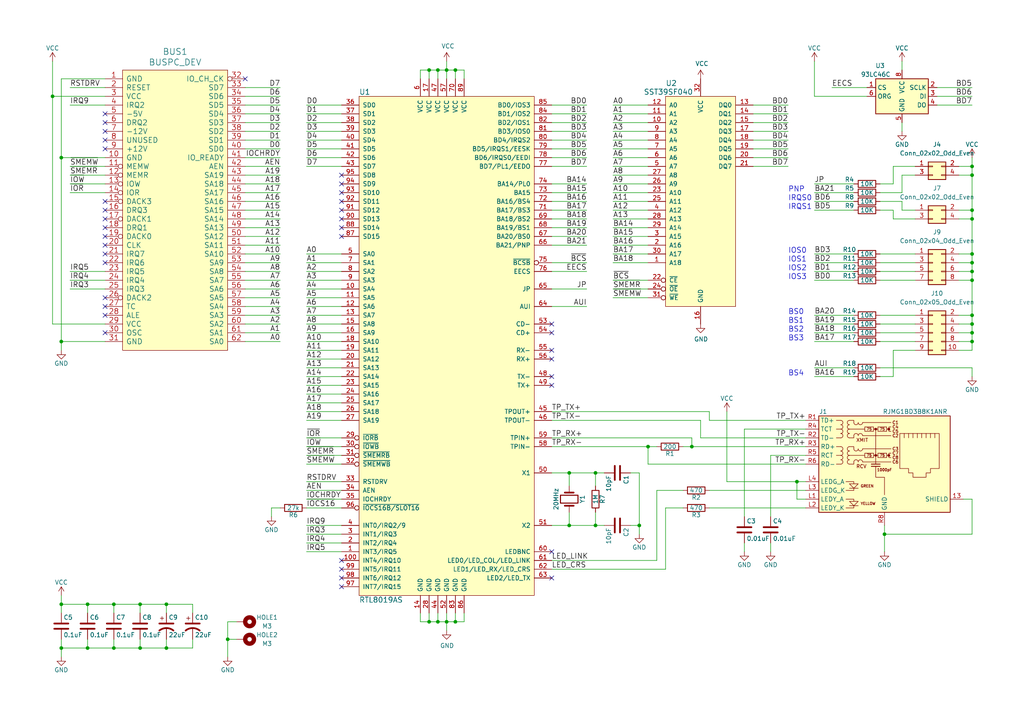
<source format=kicad_sch>
(kicad_sch (version 20230121) (generator eeschema)
  (paper "A4")
  (title_block (title "ISA 8-Bit Ethernet Controller") (date "2021-04-22") (rev "1.0") (company "Designed by Sergey Kiselev") (comment 2 "Licensed under CERN-OHL-S: https://cern-ohl.web.cern.ch") (comment 3 "Documentation and design files: https://github.com/skiselev/isa8_eth") (comment 4 "ISA 8-Bit Ethernet Controller is an open source hardware project"))
  (junction (at 127 20.32))
  (junction (at 281.94 99.06))
  (junction (at 129.54 180.34))
  (junction (at 124.46 180.34))
  (junction (at 17.78 187.96))
  (junction (at 185.42 152.4))
  (junction (at 48.26 187.96))
  (junction (at 172.72 137.16))
  (junction (at 66.04 185.42))
  (junction (at 281.94 63.5))
  (junction (at 281.94 48.26))
  (junction (at 127 180.34))
  (junction (at 281.94 50.8))
  (junction (at 281.94 93.98))
  (junction (at 187.96 129.54))
  (junction (at 40.64 175.26))
  (junction (at 256.54 154.94))
  (junction (at 281.94 91.44))
  (junction (at 132.08 180.34))
  (junction (at 281.94 96.52))
  (junction (at 281.94 81.28))
  (junction (at 172.72 152.4))
  (junction (at 231.14 139.7))
  (junction (at 281.94 60.96))
  (junction (at 48.26 175.26))
  (junction (at 25.4 187.96))
  (junction (at 33.02 187.96))
  (junction (at 132.08 20.32))
  (junction (at 165.1 152.4))
  (junction (at 281.94 76.2))
  (junction (at 165.1 137.16))
  (junction (at 281.94 78.74))
  (junction (at 33.02 175.26))
  (junction (at 17.78 175.26))
  (junction (at 124.46 20.32))
  (junction (at 17.78 45.72))
  (junction (at 129.54 20.32))
  (junction (at 40.64 187.96))
  (junction (at 25.4 175.26))
  (junction (at 281.94 73.66))
  (junction (at 17.78 99.06))
  (junction (at 200.66 129.54))
  (junction (at 15.24 27.94))
  (no_connect (at 99.06 170.18))
  (no_connect (at 30.48 88.9))
  (no_connect (at 30.48 35.56))
  (no_connect (at 30.48 58.42))
  (no_connect (at 99.06 167.64))
  (no_connect (at 99.06 165.1))
  (no_connect (at 160.02 104.14))
  (no_connect (at 30.48 38.1))
  (no_connect (at 160.02 96.52))
  (no_connect (at 160.02 109.22))
  (no_connect (at 160.02 111.76))
  (no_connect (at 71.12 22.86))
  (no_connect (at 160.02 167.64))
  (no_connect (at 99.06 50.8))
  (no_connect (at 30.48 33.02))
  (no_connect (at 99.06 63.5))
  (no_connect (at 99.06 58.42))
  (no_connect (at 30.48 43.18))
  (no_connect (at 99.06 55.88))
  (no_connect (at 160.02 160.02))
  (no_connect (at 30.48 91.44))
  (no_connect (at 30.48 71.12))
  (no_connect (at 30.48 66.04))
  (no_connect (at 160.02 93.98))
  (no_connect (at 30.48 76.2))
  (no_connect (at 99.06 66.04))
  (no_connect (at 30.48 73.66))
  (no_connect (at 99.06 68.58))
  (no_connect (at 30.48 86.36))
  (no_connect (at 99.06 60.96))
  (no_connect (at 30.48 60.96))
  (no_connect (at 30.48 40.64))
  (no_connect (at 30.48 96.52))
  (no_connect (at 99.06 53.34))
  (no_connect (at 99.06 162.56))
  (no_connect (at 30.48 68.58))
  (no_connect (at 160.02 101.6))
  (no_connect (at 30.48 63.5))
  (wire (pts (xy 99.06 134.62) (xy 88.9 134.62)))
  (wire (pts (xy 247.65 91.44) (xy 236.22 91.44)))
  (wire (pts (xy 71.12 55.88) (xy 81.28 55.88)))
  (wire (pts (xy 279.4 144.78) (xy 281.94 144.78)))
  (wire (pts (xy 177.8 76.2) (xy 187.96 76.2)))
  (wire (pts (xy 255.27 58.42) (xy 261.62 58.42)))
  (wire (pts (xy 17.78 45.72) (xy 17.78 99.06)))
  (wire (pts (xy 187.96 48.26) (xy 177.8 48.26)))
  (wire (pts (xy 160.02 43.18) (xy 170.18 43.18)))
  (wire (pts (xy 129.54 20.32) (xy 129.54 22.86)))
  (wire (pts (xy 281.94 99.06) (xy 281.94 101.6)))
  (wire (pts (xy 205.74 119.38) (xy 205.74 121.92)))
  (wire (pts (xy 71.12 53.34) (xy 81.28 53.34)))
  (wire (pts (xy 172.72 152.4) (xy 175.26 152.4)))
  (wire (pts (xy 99.06 30.48) (xy 88.9 30.48)))
  (wire (pts (xy 71.12 96.52) (xy 81.28 96.52)))
  (wire (pts (xy 55.88 185.42) (xy 55.88 187.96)))
  (wire (pts (xy 190.5 162.56) (xy 160.02 162.56)))
  (wire (pts (xy 160.02 38.1) (xy 170.18 38.1)))
  (wire (pts (xy 30.48 81.28) (xy 20.32 81.28)))
  (wire (pts (xy 99.06 83.82) (xy 88.9 83.82)))
  (wire (pts (xy 233.68 142.24) (xy 205.74 142.24)))
  (wire (pts (xy 71.12 33.02) (xy 81.28 33.02)))
  (wire (pts (xy 99.06 99.06) (xy 88.9 99.06)))
  (wire (pts (xy 15.24 17.78) (xy 15.24 27.94)))
  (wire (pts (xy 281.94 60.96) (xy 281.94 63.5)))
  (wire (pts (xy 25.4 175.26) (xy 33.02 175.26)))
  (wire (pts (xy 160.02 121.92) (xy 203.2 121.92)))
  (wire (pts (xy 160.02 30.48) (xy 170.18 30.48)))
  (wire (pts (xy 132.08 180.34) (xy 129.54 180.34)))
  (wire (pts (xy 129.54 17.78) (xy 129.54 20.32)))
  (wire (pts (xy 127 20.32) (xy 127 22.86)))
  (wire (pts (xy 278.13 78.74) (xy 281.94 78.74)))
  (wire (pts (xy 160.02 66.04) (xy 170.18 66.04)))
  (wire (pts (xy 129.54 177.8) (xy 129.54 180.34)))
  (wire (pts (xy 81.28 147.32) (xy 78.74 147.32)))
  (wire (pts (xy 281.94 63.5) (xy 281.94 73.66)))
  (wire (pts (xy 218.44 33.02) (xy 228.6 33.02)))
  (wire (pts (xy 223.52 132.08) (xy 223.52 149.86)))
  (wire (pts (xy 261.62 35.56) (xy 261.62 38.1)))
  (wire (pts (xy 99.06 93.98) (xy 88.9 93.98)))
  (wire (pts (xy 17.78 187.96) (xy 17.78 190.5)))
  (wire (pts (xy 40.64 177.8) (xy 40.64 175.26)))
  (wire (pts (xy 255.27 93.98) (xy 265.43 93.98)))
  (wire (pts (xy 187.96 33.02) (xy 177.8 33.02)))
  (wire (pts (xy 127 177.8) (xy 127 180.34)))
  (wire (pts (xy 160.02 68.58) (xy 170.18 68.58)))
  (wire (pts (xy 17.78 22.86) (xy 17.78 45.72)))
  (wire (pts (xy 25.4 187.96) (xy 33.02 187.96)))
  (wire (pts (xy 30.48 22.86) (xy 17.78 22.86)))
  (wire (pts (xy 99.06 154.94) (xy 88.9 154.94)))
  (wire (pts (xy 223.52 157.48) (xy 223.52 160.02)))
  (wire (pts (xy 99.06 101.6) (xy 88.9 101.6)))
  (wire (pts (xy 255.27 106.68) (xy 281.94 106.68)))
  (wire (pts (xy 215.9 157.48) (xy 215.9 160.02)))
  (wire (pts (xy 71.12 50.8) (xy 81.28 50.8)))
  (wire (pts (xy 129.54 180.34) (xy 127 180.34)))
  (wire (pts (xy 99.06 91.44) (xy 88.9 91.44)))
  (wire (pts (xy 165.1 137.16) (xy 172.72 137.16)))
  (wire (pts (xy 99.06 127) (xy 88.9 127)))
  (wire (pts (xy 187.96 45.72) (xy 177.8 45.72)))
  (wire (pts (xy 281.94 99.06) (xy 278.13 99.06)))
  (wire (pts (xy 281.94 78.74) (xy 281.94 81.28)))
  (wire (pts (xy 281.94 106.68) (xy 281.94 109.22)))
  (wire (pts (xy 281.94 101.6) (xy 278.13 101.6)))
  (wire (pts (xy 281.94 144.78) (xy 281.94 154.94)))
  (wire (pts (xy 231.14 144.78) (xy 231.14 139.7)))
  (wire (pts (xy 205.74 121.92) (xy 233.68 121.92)))
  (wire (pts (xy 185.42 137.16) (xy 182.88 137.16)))
  (wire (pts (xy 231.14 139.7) (xy 233.68 139.7)))
  (wire (pts (xy 71.12 66.04) (xy 81.28 66.04)))
  (wire (pts (xy 99.06 38.1) (xy 88.9 38.1)))
  (wire (pts (xy 99.06 104.14) (xy 88.9 104.14)))
  (wire (pts (xy 160.02 45.72) (xy 170.18 45.72)))
  (wire (pts (xy 187.96 134.62) (xy 187.96 129.54)))
  (wire (pts (xy 247.65 76.2) (xy 236.22 76.2)))
  (wire (pts (xy 17.78 99.06) (xy 30.48 99.06)))
  (wire (pts (xy 255.27 53.34) (xy 259.08 53.34)))
  (wire (pts (xy 99.06 144.78) (xy 88.9 144.78)))
  (wire (pts (xy 278.13 63.5) (xy 281.94 63.5)))
  (wire (pts (xy 71.12 63.5) (xy 81.28 63.5)))
  (wire (pts (xy 187.96 58.42) (xy 177.8 58.42)))
  (wire (pts (xy 99.06 81.28) (xy 88.9 81.28)))
  (wire (pts (xy 30.48 78.74) (xy 20.32 78.74)))
  (wire (pts (xy 187.96 83.82) (xy 177.8 83.82)))
  (wire (pts (xy 99.06 152.4) (xy 88.9 152.4)))
  (wire (pts (xy 71.12 91.44) (xy 81.28 91.44)))
  (wire (pts (xy 281.94 48.26) (xy 281.94 50.8)))
  (wire (pts (xy 255.27 109.22) (xy 259.08 109.22)))
  (wire (pts (xy 132.08 180.34) (xy 132.08 177.8)))
  (wire (pts (xy 99.06 139.7) (xy 88.9 139.7)))
  (wire (pts (xy 281.94 91.44) (xy 281.94 93.98)))
  (wire (pts (xy 71.12 71.12) (xy 81.28 71.12)))
  (wire (pts (xy 259.08 53.34) (xy 259.08 48.26)))
  (wire (pts (xy 121.92 20.32) (xy 124.46 20.32)))
  (wire (pts (xy 203.2 121.92) (xy 203.2 127)))
  (wire (pts (xy 71.12 99.06) (xy 81.28 99.06)))
  (wire (pts (xy 265.43 76.2) (xy 255.27 76.2)))
  (wire (pts (xy 160.02 119.38) (xy 205.74 119.38)))
  (wire (pts (xy 259.08 60.96) (xy 259.08 63.5)))
  (wire (pts (xy 160.02 137.16) (xy 165.1 137.16)))
  (wire (pts (xy 71.12 83.82) (xy 81.28 83.82)))
  (wire (pts (xy 210.82 119.38) (xy 210.82 139.7)))
  (wire (pts (xy 68.58 180.34) (xy 66.04 180.34)))
  (wire (pts (xy 165.1 137.16) (xy 165.1 140.97)))
  (wire (pts (xy 40.64 175.26) (xy 48.26 175.26)))
  (wire (pts (xy 281.94 45.72) (xy 281.94 48.26)))
  (wire (pts (xy 30.48 30.48) (xy 20.32 30.48)))
  (wire (pts (xy 17.78 187.96) (xy 25.4 187.96)))
  (wire (pts (xy 160.02 127) (xy 200.66 127)))
  (wire (pts (xy 256.54 154.94) (xy 256.54 160.02)))
  (wire (pts (xy 71.12 58.42) (xy 81.28 58.42)))
  (wire (pts (xy 160.02 58.42) (xy 170.18 58.42)))
  (wire (pts (xy 160.02 165.1) (xy 193.04 165.1)))
  (wire (pts (xy 124.46 177.8) (xy 124.46 180.34)))
  (wire (pts (xy 99.06 43.18) (xy 88.9 43.18)))
  (wire (pts (xy 99.06 160.02) (xy 88.9 160.02)))
  (wire (pts (xy 160.02 71.12) (xy 170.18 71.12)))
  (wire (pts (xy 71.12 48.26) (xy 81.28 48.26)))
  (wire (pts (xy 99.06 119.38) (xy 88.9 119.38)))
  (wire (pts (xy 261.62 55.88) (xy 255.27 55.88)))
  (wire (pts (xy 15.24 27.94) (xy 15.24 93.98)))
  (wire (pts (xy 71.12 88.9) (xy 81.28 88.9)))
  (wire (pts (xy 247.65 96.52) (xy 236.22 96.52)))
  (wire (pts (xy 71.12 38.1) (xy 81.28 38.1)))
  (wire (pts (xy 25.4 177.8) (xy 25.4 175.26)))
  (wire (pts (xy 160.02 40.64) (xy 170.18 40.64)))
  (wire (pts (xy 99.06 111.76) (xy 88.9 111.76)))
  (wire (pts (xy 15.24 93.98) (xy 30.48 93.98)))
  (wire (pts (xy 281.94 81.28) (xy 281.94 91.44)))
  (wire (pts (xy 121.92 180.34) (xy 121.92 177.8)))
  (wire (pts (xy 99.06 33.02) (xy 88.9 33.02)))
  (wire (pts (xy 25.4 185.42) (xy 25.4 187.96)))
  (wire (pts (xy 281.94 50.8) (xy 281.94 60.96)))
  (wire (pts (xy 218.44 35.56) (xy 228.6 35.56)))
  (wire (pts (xy 187.96 50.8) (xy 177.8 50.8)))
  (wire (pts (xy 99.06 106.68) (xy 88.9 106.68)))
  (wire (pts (xy 251.46 25.4) (xy 241.3 25.4)))
  (wire (pts (xy 218.44 40.64) (xy 228.6 40.64)))
  (wire (pts (xy 99.06 45.72) (xy 88.9 45.72)))
  (wire (pts (xy 233.68 124.46) (xy 215.9 124.46)))
  (wire (pts (xy 187.96 40.64) (xy 177.8 40.64)))
  (wire (pts (xy 247.65 73.66) (xy 236.22 73.66)))
  (wire (pts (xy 160.02 33.02) (xy 170.18 33.02)))
  (wire (pts (xy 218.44 43.18) (xy 228.6 43.18)))
  (wire (pts (xy 271.78 27.94) (xy 281.94 27.94)))
  (wire (pts (xy 187.96 71.12) (xy 177.8 71.12)))
  (wire (pts (xy 66.04 180.34) (xy 66.04 185.42)))
  (wire (pts (xy 99.06 157.48) (xy 88.9 157.48)))
  (wire (pts (xy 17.78 45.72) (xy 30.48 45.72)))
  (wire (pts (xy 271.78 25.4) (xy 281.94 25.4)))
  (wire (pts (xy 71.12 35.56) (xy 81.28 35.56)))
  (wire (pts (xy 218.44 48.26) (xy 228.6 48.26)))
  (wire (pts (xy 66.04 185.42) (xy 66.04 190.5)))
  (wire (pts (xy 99.06 48.26) (xy 88.9 48.26)))
  (wire (pts (xy 187.96 60.96) (xy 177.8 60.96)))
  (wire (pts (xy 187.96 134.62) (xy 233.68 134.62)))
  (wire (pts (xy 172.72 137.16) (xy 172.72 140.97)))
  (wire (pts (xy 281.94 93.98) (xy 281.94 96.52)))
  (wire (pts (xy 48.26 175.26) (xy 48.26 177.8)))
  (wire (pts (xy 160.02 88.9) (xy 170.18 88.9)))
  (wire (pts (xy 99.06 109.22) (xy 88.9 109.22)))
  (wire (pts (xy 247.65 53.34) (xy 236.22 53.34)))
  (wire (pts (xy 30.48 25.4) (xy 20.32 25.4)))
  (wire (pts (xy 160.02 35.56) (xy 170.18 35.56)))
  (wire (pts (xy 247.65 106.68) (xy 236.22 106.68)))
  (wire (pts (xy 281.94 93.98) (xy 278.13 93.98)))
  (wire (pts (xy 40.64 187.96) (xy 48.26 187.96)))
  (wire (pts (xy 190.5 142.24) (xy 190.5 162.56)))
  (wire (pts (xy 210.82 139.7) (xy 231.14 139.7)))
  (wire (pts (xy 281.94 76.2) (xy 281.94 78.74)))
  (wire (pts (xy 247.65 55.88) (xy 236.22 55.88)))
  (wire (pts (xy 187.96 68.58) (xy 177.8 68.58)))
  (wire (pts (xy 124.46 20.32) (xy 124.46 22.86)))
  (wire (pts (xy 160.02 48.26) (xy 170.18 48.26)))
  (wire (pts (xy 71.12 76.2) (xy 81.28 76.2)))
  (wire (pts (xy 48.26 175.26) (xy 55.88 175.26)))
  (wire (pts (xy 247.65 60.96) (xy 236.22 60.96)))
  (wire (pts (xy 187.96 66.04) (xy 177.8 66.04)))
  (wire (pts (xy 121.92 22.86) (xy 121.92 20.32)))
  (wire (pts (xy 68.58 185.42) (xy 66.04 185.42)))
  (wire (pts (xy 259.08 63.5) (xy 265.43 63.5)))
  (wire (pts (xy 160.02 63.5) (xy 170.18 63.5)))
  (wire (pts (xy 255.27 96.52) (xy 265.43 96.52)))
  (wire (pts (xy 71.12 68.58) (xy 81.28 68.58)))
  (wire (pts (xy 247.65 78.74) (xy 236.22 78.74)))
  (wire (pts (xy 124.46 20.32) (xy 127 20.32)))
  (wire (pts (xy 187.96 30.48) (xy 177.8 30.48)))
  (wire (pts (xy 160.02 78.74) (xy 170.18 78.74)))
  (wire (pts (xy 278.13 81.28) (xy 281.94 81.28)))
  (wire (pts (xy 99.06 73.66) (xy 88.9 73.66)))
  (wire (pts (xy 255.27 91.44) (xy 265.43 91.44)))
  (wire (pts (xy 278.13 76.2) (xy 281.94 76.2)))
  (wire (pts (xy 190.5 129.54) (xy 187.96 129.54)))
  (wire (pts (xy 185.42 137.16) (xy 185.42 152.4)))
  (wire (pts (xy 185.42 152.4) (xy 185.42 154.94)))
  (wire (pts (xy 71.12 43.18) (xy 81.28 43.18)))
  (wire (pts (xy 160.02 152.4) (xy 165.1 152.4)))
  (wire (pts (xy 187.96 86.36) (xy 177.8 86.36)))
  (wire (pts (xy 172.72 137.16) (xy 175.26 137.16)))
  (wire (pts (xy 251.46 27.94) (xy 236.22 27.94)))
  (wire (pts (xy 278.13 48.26) (xy 281.94 48.26)))
  (wire (pts (xy 30.48 55.88) (xy 20.32 55.88)))
  (wire (pts (xy 215.9 124.46) (xy 215.9 149.86)))
  (wire (pts (xy 160.02 55.88) (xy 170.18 55.88)))
  (wire (pts (xy 261.62 17.78) (xy 261.62 20.32)))
  (wire (pts (xy 71.12 30.48) (xy 81.28 30.48)))
  (wire (pts (xy 259.08 48.26) (xy 265.43 48.26)))
  (wire (pts (xy 30.48 83.82) (xy 20.32 83.82)))
  (wire (pts (xy 48.26 187.96) (xy 48.26 185.42)))
  (wire (pts (xy 165.1 152.4) (xy 172.72 152.4)))
  (wire (pts (xy 265.43 81.28) (xy 255.27 81.28)))
  (wire (pts (xy 247.65 93.98) (xy 236.22 93.98)))
  (wire (pts (xy 218.44 30.48) (xy 228.6 30.48)))
  (wire (pts (xy 218.44 38.1) (xy 228.6 38.1)))
  (wire (pts (xy 187.96 81.28) (xy 177.8 81.28)))
  (wire (pts (xy 132.08 20.32) (xy 132.08 22.86)))
  (wire (pts (xy 172.72 152.4) (xy 172.72 148.59)))
  (wire (pts (xy 127 180.34) (xy 124.46 180.34)))
  (wire (pts (xy 259.08 101.6) (xy 259.08 109.22)))
  (wire (pts (xy 187.96 63.5) (xy 177.8 63.5)))
  (wire (pts (xy 71.12 60.96) (xy 81.28 60.96)))
  (wire (pts (xy 160.02 76.2) (xy 170.18 76.2)))
  (wire (pts (xy 278.13 50.8) (xy 281.94 50.8)))
  (wire (pts (xy 281.94 96.52) (xy 278.13 96.52)))
  (wire (pts (xy 247.65 58.42) (xy 236.22 58.42)))
  (wire (pts (xy 33.02 177.8) (xy 33.02 175.26)))
  (wire (pts (xy 187.96 55.88) (xy 177.8 55.88)))
  (wire (pts (xy 233.68 147.32) (xy 205.74 147.32)))
  (wire (pts (xy 187.96 53.34) (xy 177.8 53.34)))
  (wire (pts (xy 281.94 73.66) (xy 281.94 76.2)))
  (wire (pts (xy 261.62 50.8) (xy 265.43 50.8)))
  (wire (pts (xy 30.48 48.26) (xy 20.32 48.26)))
  (wire (pts (xy 71.12 25.4) (xy 81.28 25.4)))
  (wire (pts (xy 236.22 27.94) (xy 236.22 17.78)))
  (wire (pts (xy 256.54 152.4) (xy 256.54 154.94)))
  (wire (pts (xy 99.06 88.9) (xy 88.9 88.9)))
  (wire (pts (xy 281.94 96.52) (xy 281.94 99.06)))
  (wire (pts (xy 200.66 129.54) (xy 233.68 129.54)))
  (wire (pts (xy 71.12 45.72) (xy 81.28 45.72)))
  (wire (pts (xy 278.13 73.66) (xy 281.94 73.66)))
  (wire (pts (xy 55.88 177.8) (xy 55.88 175.26)))
  (wire (pts (xy 129.54 20.32) (xy 132.08 20.32)))
  (wire (pts (xy 71.12 86.36) (xy 81.28 86.36)))
  (wire (pts (xy 99.06 96.52) (xy 88.9 96.52)))
  (wire (pts (xy 203.2 127) (xy 233.68 127)))
  (wire (pts (xy 30.48 53.34) (xy 20.32 53.34)))
  (wire (pts (xy 177.8 73.66) (xy 187.96 73.66)))
  (wire (pts (xy 187.96 38.1) (xy 177.8 38.1)))
  (wire (pts (xy 265.43 73.66) (xy 255.27 73.66)))
  (wire (pts (xy 71.12 81.28) (xy 81.28 81.28)))
  (wire (pts (xy 160.02 53.34) (xy 170.18 53.34)))
  (wire (pts (xy 129.54 182.88) (xy 129.54 180.34)))
  (wire (pts (xy 71.12 40.64) (xy 81.28 40.64)))
  (wire (pts (xy 132.08 20.32) (xy 134.62 20.32)))
  (wire (pts (xy 200.66 127) (xy 200.66 129.54)))
  (wire (pts (xy 71.12 93.98) (xy 81.28 93.98)))
  (wire (pts (xy 48.26 187.96) (xy 55.88 187.96)))
  (wire (pts (xy 99.06 121.92) (xy 88.9 121.92)))
  (wire (pts (xy 281.94 154.94) (xy 256.54 154.94)))
  (wire (pts (xy 233.68 144.78) (xy 231.14 144.78)))
  (wire (pts (xy 127 20.32) (xy 129.54 20.32)))
  (wire (pts (xy 99.06 129.54) (xy 88.9 129.54)))
  (wire (pts (xy 124.46 180.34) (xy 121.92 180.34)))
  (wire (pts (xy 247.65 99.06) (xy 236.22 99.06)))
  (wire (pts (xy 30.48 50.8) (xy 20.32 50.8)))
  (wire (pts (xy 71.12 78.74) (xy 81.28 78.74)))
  (wire (pts (xy 160.02 60.96) (xy 170.18 60.96)))
  (wire (pts (xy 193.04 147.32) (xy 198.12 147.32)))
  (wire (pts (xy 198.12 129.54) (xy 200.66 129.54)))
  (wire (pts (xy 99.06 132.08) (xy 88.9 132.08)))
  (wire (pts (xy 33.02 175.26) (xy 40.64 175.26)))
  (wire (pts (xy 187.96 43.18) (xy 177.8 43.18)))
  (wire (pts (xy 33.02 187.96) (xy 40.64 187.96)))
  (wire (pts (xy 99.06 76.2) (xy 88.9 76.2)))
  (wire (pts (xy 99.06 114.3) (xy 88.9 114.3)))
  (wire (pts (xy 255.27 60.96) (xy 259.08 60.96)))
  (wire (pts (xy 99.06 147.32) (xy 88.9 147.32)))
  (wire (pts (xy 99.06 40.64) (xy 88.9 40.64)))
  (wire (pts (xy 33.02 187.96) (xy 33.02 185.42)))
  (wire (pts (xy 99.06 86.36) (xy 88.9 86.36)))
  (wire (pts (xy 261.62 60.96) (xy 265.43 60.96)))
  (wire (pts (xy 17.78 175.26) (xy 25.4 175.26)))
  (wire (pts (xy 218.44 45.72) (xy 228.6 45.72)))
  (wire (pts (xy 99.06 35.56) (xy 88.9 35.56)))
  (wire (pts (xy 134.62 180.34) (xy 132.08 180.34)))
  (wire (pts (xy 160.02 129.54) (xy 187.96 129.54)))
  (wire (pts (xy 265.43 78.74) (xy 255.27 78.74)))
  (wire (pts (xy 271.78 30.48) (xy 281.94 30.48)))
  (wire (pts (xy 15.24 27.94) (xy 30.48 27.94)))
  (wire (pts (xy 165.1 152.4) (xy 165.1 148.59)))
  (wire (pts (xy 17.78 172.72) (xy 17.78 175.26)))
  (wire (pts (xy 40.64 185.42) (xy 40.64 187.96)))
  (wire (pts (xy 71.12 73.66) (xy 81.28 73.66)))
  (wire (pts (xy 247.65 81.28) (xy 236.22 81.28)))
  (wire (pts (xy 17.78 175.26) (xy 17.78 177.8)))
  (wire (pts (xy 99.06 142.24) (xy 88.9 142.24)))
  (wire (pts (xy 187.96 35.56) (xy 177.8 35.56)))
  (wire (pts (xy 134.62 20.32) (xy 134.62 22.86)))
  (wire (pts (xy 182.88 152.4) (xy 185.42 152.4)))
  (wire (pts (xy 78.74 147.32) (xy 78.74 149.86)))
  (wire (pts (xy 17.78 99.06) (xy 17.78 101.6)))
  (wire (pts (xy 99.06 116.84) (xy 88.9 116.84)))
  (wire (pts (xy 233.68 132.08) (xy 223.52 132.08)))
  (wire (pts (xy 99.06 78.74) (xy 88.9 78.74)))
  (wire (pts (xy 247.65 109.22) (xy 236.22 109.22)))
  (wire (pts (xy 261.62 50.8) (xy 261.62 55.88)))
  (wire (pts (xy 281.94 91.44) (xy 278.13 91.44)))
  (wire (pts (xy 160.02 83.82) (xy 170.18 83.82)))
  (wire (pts (xy 134.62 177.8) (xy 134.62 180.34)))
  (wire (pts (xy 190.5 142.24) (xy 198.12 142.24)))
  (wire (pts (xy 278.13 60.96) (xy 281.94 60.96)))
  (wire (pts (xy 261.62 58.42) (xy 261.62 60.96)))
  (wire (pts (xy 193.04 147.32) (xy 193.04 165.1)))
  (wire (pts (xy 71.12 27.94) (xy 81.28 27.94)))
  (wire (pts (xy 265.43 101.6) (xy 259.08 101.6)))
  (wire (pts (xy 255.27 99.06) (xy 265.43 99.06)))
  (wire (pts (xy 17.78 185.42) (xy 17.78 187.96)))
  (text "IOS3" (at 228.6 81.28 0) (effects (font (size 1.524 1.524)) (justify left bottom)))
  (text "IRQS0" (at 228.6 58.42 0) (effects (font (size 1.524 1.524)) (justify left bottom)))
  (text "BS2" (at 228.6 96.52 0) (effects (font (size 1.524 1.524)) (justify left bottom)))
  (text "BS4" (at 228.6 109.22 0) (effects (font (size 1.524 1.524)) (justify left bottom)))
  (text "IRQS1" (at 228.6 60.96 0) (effects (font (size 1.524 1.524)) (justify left bottom)))
  (text "BS3" (at 228.6 99.06 0) (effects (font (size 1.524 1.524)) (justify left bottom)))
  (text "IOS0" (at 228.6 73.66 0) (effects (font (size 1.524 1.524)) (justify left bottom)))
  (text "PNP" (at 228.6 55.88 0) (effects (font (size 1.524 1.524)) (justify left bottom)))
  (text "IOS2" (at 228.6 78.74 0) (effects (font (size 1.524 1.524)) (justify left bottom)))
  (text "BS0" (at 228.6 91.44 0) (effects (font (size 1.524 1.524)) (justify left bottom)))
  (text "IOS1" (at 228.6 76.2 0) (effects (font (size 1.524 1.524)) (justify left bottom)))
  (text "BS1" (at 228.6 93.98 0) (effects (font (size 1.524 1.524)) (justify left bottom)))
  (label "BA15" (at 177.8 68.58 0) (effects (font (size 1.524 1.524))))
  (label "BD3" (at 228.6 38.1 180) (effects (font (size 1.524 1.524))))
  (label "A0" (at 81.28 99.06 180) (effects (font (size 1.524 1.524))))
  (label "A19" (at 81.28 50.8 180) (effects (font (size 1.524 1.524))))
  (label "BD7" (at 281.94 30.48 180) (effects (font (size 1.524 1.524))))
  (label "A5" (at 81.28 86.36 180) (effects (font (size 1.524 1.524))))
  (label "A17" (at 88.9 116.84 0) (effects (font (size 1.524 1.524))))
  (label "A2" (at 88.9 78.74 0) (effects (font (size 1.524 1.524))))
  (label "D0" (at 88.9 30.48 0) (effects (font (size 1.524 1.524))))
  (label "BD3" (at 236.22 73.66 0) (effects (font (size 1.524 1.524))))
  (label "A14" (at 88.9 109.22 0) (effects (font (size 1.524 1.524))))
  (label "BA21" (at 236.22 55.88 0) (effects (font (size 1.524 1.524))))
  (label "D4" (at 81.28 33.02 180) (effects (font (size 1.524 1.524))))
  (label "A18" (at 88.9 119.38 0) (effects (font (size 1.524 1.524))))
  (label "IRQ5" (at 88.9 160.02 0) (effects (font (size 1.524 1.524))))
  (label "BA17" (at 177.8 73.66 0) (effects (font (size 1.524 1.524))))
  (label "IRQ3" (at 20.32 83.82 0) (effects (font (size 1.524 1.524))))
  (label "A10" (at 177.8 55.88 0) (effects (font (size 1.524 1.524))))
  (label "A13" (at 177.8 63.5 0) (effects (font (size 1.524 1.524))))
  (label "D5" (at 81.28 30.48 180) (effects (font (size 1.524 1.524))))
  (label "A0" (at 177.8 30.48 0) (effects (font (size 1.524 1.524))))
  (label "BD2" (at 228.6 35.56 180) (effects (font (size 1.524 1.524))))
  (label "BA18" (at 236.22 96.52 0) (effects (font (size 1.524 1.524))))
  (label "BD2" (at 236.22 76.2 0) (effects (font (size 1.524 1.524))))
  (label "A7" (at 88.9 91.44 0) (effects (font (size 1.524 1.524))))
  (label "D2" (at 81.28 38.1 180) (effects (font (size 1.524 1.524))))
  (label "D5" (at 88.9 43.18 0) (effects (font (size 1.524 1.524))))
  (label "~{BCS}" (at 170.18 76.2 180) (effects (font (size 1.524 1.524))))
  (label "D0" (at 81.28 43.18 180) (effects (font (size 1.524 1.524))))
  (label "BD3" (at 170.18 38.1 180) (effects (font (size 1.524 1.524))))
  (label "A8" (at 177.8 50.8 0) (effects (font (size 1.524 1.524))))
  (label "BD4" (at 228.6 40.64 180) (effects (font (size 1.524 1.524))))
  (label "IOCHRDY" (at 88.9 144.78 0) (effects (font (size 1.524 1.524))))
  (label "BA21" (at 170.18 71.12 180) (effects (font (size 1.524 1.524))))
  (label "A15" (at 88.9 111.76 0) (effects (font (size 1.524 1.524))))
  (label "BD5" (at 236.22 60.96 0) (effects (font (size 1.524 1.524))))
  (label "IRQ5" (at 20.32 78.74 0) (effects (font (size 1.524 1.524))))
  (label "BD7" (at 228.6 48.26 180) (effects (font (size 1.524 1.524))))
  (label "A7" (at 177.8 48.26 0) (effects (font (size 1.524 1.524))))
  (label "D1" (at 81.28 40.64 180) (effects (font (size 1.524 1.524))))
  (label "A9" (at 81.28 76.2 180) (effects (font (size 1.524 1.524))))
  (label "BA14" (at 177.8 66.04 0) (effects (font (size 1.524 1.524))))
  (label "BA16" (at 177.8 71.12 0) (effects (font (size 1.524 1.524))))
  (label "A12" (at 88.9 104.14 0) (effects (font (size 1.524 1.524))))
  (label "BA14" (at 170.18 53.34 180) (effects (font (size 1.524 1.524))))
  (label "BA16" (at 236.22 109.22 0) (effects (font (size 1.524 1.524))))
  (label "TP_TX+" (at 160.02 119.38 0) (effects (font (size 1.524 1.524))))
  (label "BA20" (at 236.22 91.44 0) (effects (font (size 1.524 1.524))))
  (label "A1" (at 81.28 96.52 180) (effects (font (size 1.524 1.524))))
  (label "BA18" (at 170.18 63.5 180) (effects (font (size 1.524 1.524))))
  (label "~{IOR}" (at 88.9 127 0) (effects (font (size 1.524 1.524))))
  (label "~{IOW}" (at 88.9 129.54 0) (effects (font (size 1.524 1.524))))
  (label "A10" (at 81.28 73.66 180) (effects (font (size 1.524 1.524))))
  (label "A4" (at 88.9 83.82 0) (effects (font (size 1.524 1.524))))
  (label "BD0" (at 236.22 81.28 0) (effects (font (size 1.524 1.524))))
  (label "BD5" (at 228.6 43.18 180) (effects (font (size 1.524 1.524))))
  (label "A4" (at 177.8 40.64 0) (effects (font (size 1.524 1.524))))
  (label "IRQ9" (at 88.9 152.4 0) (effects (font (size 1.524 1.524))))
  (label "A13" (at 81.28 66.04 180) (effects (font (size 1.524 1.524))))
  (label "~{BCS}" (at 177.8 81.28 0) (effects (font (size 1.524 1.524))))
  (label "BD6" (at 281.94 27.94 180) (effects (font (size 1.524 1.524))))
  (label "A1" (at 177.8 33.02 0) (effects (font (size 1.524 1.524))))
  (label "A4" (at 81.28 88.9 180) (effects (font (size 1.524 1.524))))
  (label "BA15" (at 170.18 55.88 180) (effects (font (size 1.524 1.524))))
  (label "A6" (at 88.9 88.9 0) (effects (font (size 1.524 1.524))))
  (label "BA20" (at 170.18 68.58 180) (effects (font (size 1.524 1.524))))
  (label "BD6" (at 170.18 45.72 180) (effects (font (size 1.524 1.524))))
  (label "~{SMEMW}" (at 177.8 86.36 0) (effects (font (size 1.524 1.524))))
  (label "AUI" (at 236.22 106.68 0) (effects (font (size 1.524 1.524))))
  (label "A12" (at 81.28 68.58 180) (effects (font (size 1.524 1.524))))
  (label "BA19" (at 236.22 93.98 0) (effects (font (size 1.524 1.524))))
  (label "EECS" (at 241.3 25.4 0) (effects (font (size 1.524 1.524))))
  (label "BA17" (at 236.22 99.06 0) (effects (font (size 1.524 1.524))))
  (label "TP_TX-" (at 233.68 127 180) (effects (font (size 1.524 1.524))))
  (label "A3" (at 88.9 81.28 0) (effects (font (size 1.524 1.524))))
  (label "D7" (at 81.28 25.4 180) (effects (font (size 1.524 1.524))))
  (label "BA18" (at 177.8 76.2 0) (effects (font (size 1.524 1.524))))
  (label "TP_RX-" (at 233.68 134.62 180) (effects (font (size 1.524 1.524))))
  (label "BD6" (at 228.6 45.72 180) (effects (font (size 1.524 1.524))))
  (label "IRQ4" (at 88.9 157.48 0) (effects (font (size 1.524 1.524))))
  (label "BD0" (at 170.18 30.48 180) (effects (font (size 1.524 1.524))))
  (label "A5" (at 177.8 43.18 0) (effects (font (size 1.524 1.524))))
  (label "~{IOW}" (at 20.32 53.34 0) (effects (font (size 1.524 1.524))))
  (label "IRQ9" (at 20.32 30.48 0) (effects (font (size 1.524 1.524))))
  (label "~{SMEMR}" (at 20.32 50.8 0) (effects (font (size 1.524 1.524))))
  (label "A5" (at 88.9 86.36 0) (effects (font (size 1.524 1.524))))
  (label "D4" (at 88.9 40.64 0) (effects (font (size 1.524 1.524))))
  (label "A9" (at 88.9 96.52 0) (effects (font (size 1.524 1.524))))
  (label "BD2" (at 170.18 35.56 180) (effects (font (size 1.524 1.524))))
  (label "A19" (at 88.9 121.92 0) (effects (font (size 1.524 1.524))))
  (label "A1" (at 88.9 76.2 0) (effects (font (size 1.524 1.524))))
  (label "A16" (at 88.9 114.3 0) (effects (font (size 1.524 1.524))))
  (label "D2" (at 88.9 35.56 0) (effects (font (size 1.524 1.524))))
  (label "TP_RX+" (at 233.68 129.54 180) (effects (font (size 1.524 1.524))))
  (label "A3" (at 81.28 91.44 180) (effects (font (size 1.524 1.524))))
  (label "A3" (at 177.8 38.1 0) (effects (font (size 1.524 1.524))))
  (label "A15" (at 81.28 60.96 180) (effects (font (size 1.524 1.524))))
  (label "TP_TX+" (at 233.68 121.92 180) (effects (font (size 1.524 1.524))))
  (label "TP_RX+" (at 160.02 127 0) (effects (font (size 1.524 1.524))))
  (label "~{IOCS16}" (at 88.9 147.32 0) (effects (font (size 1.524 1.524))))
  (label "D6" (at 88.9 45.72 0) (effects (font (size 1.524 1.524))))
  (label "D7" (at 88.9 48.26 0) (effects (font (size 1.524 1.524))))
  (label "AUI" (at 170.18 88.9 180) (effects (font (size 1.524 1.524))))
  (label "~{SMEMW}" (at 20.32 48.26 0) (effects (font (size 1.524 1.524))))
  (label "BD1" (at 170.18 33.02 180) (effects (font (size 1.524 1.524))))
  (label "A6" (at 81.28 83.82 180) (effects (font (size 1.524 1.524))))
  (label "BA19" (at 170.18 66.04 180) (effects (font (size 1.524 1.524))))
  (label "BD6" (at 236.22 58.42 0) (effects (font (size 1.524 1.524))))
  (label "BD0" (at 228.6 30.48 180) (effects (font (size 1.524 1.524))))
  (label "BD7" (at 170.18 48.26 180) (effects (font (size 1.524 1.524))))
  (label "D1" (at 88.9 33.02 0) (effects (font (size 1.524 1.524))))
  (label "A13" (at 88.9 106.68 0) (effects (font (size 1.524 1.524))))
  (label "EECS" (at 170.18 78.74 180) (effects (font (size 1.524 1.524))))
  (label "A6" (at 177.8 45.72 0) (effects (font (size 1.524 1.524))))
  (label "~{SMEMR}" (at 88.9 132.08 0) (effects (font (size 1.524 1.524))))
  (label "BD1" (at 228.6 33.02 180) (effects (font (size 1.524 1.524))))
  (label "IOCHRDY" (at 81.28 45.72 180) (effects (font (size 1.524 1.524))))
  (label "RSTDRV" (at 88.9 139.7 0) (effects (font (size 1.524 1.524))))
  (label "A16" (at 81.28 58.42 180) (effects (font (size 1.524 1.524))))
  (label "A0" (at 88.9 73.66 0) (effects (font (size 1.524 1.524))))
  (label "RSTDRV" (at 20.32 25.4 0) (effects (font (size 1.524 1.524))))
  (label "~{SMEMW}" (at 88.9 134.62 0) (effects (font (size 1.524 1.524))))
  (label "A7" (at 81.28 81.28 180) (effects (font (size 1.524 1.524))))
  (label "BD5" (at 281.94 25.4 180) (effects (font (size 1.524 1.524))))
  (label "A8" (at 88.9 93.98 0) (effects (font (size 1.524 1.524))))
  (label "D6" (at 81.28 27.94 180) (effects (font (size 1.524 1.524))))
  (label "A2" (at 81.28 93.98 180) (effects (font (size 1.524 1.524))))
  (label "~{SMEMR}" (at 177.8 83.82 0) (effects (font (size 1.524 1.524))))
  (label "A17" (at 81.28 55.88 180) (effects (font (size 1.524 1.524))))
  (label "TP_TX-" (at 160.02 121.92 0) (effects (font (size 1.524 1.524))))
  (label "LED_LINK" (at 160.02 162.56 0) (effects (font (size 1.524 1.524))))
  (label "BD1" (at 236.22 78.74 0) (effects (font (size 1.524 1.524))))
  (label "TP_RX-" (at 160.02 129.54 0) (effects (font (size 1.524 1.524))))
  (label "BA17" (at 170.18 60.96 180) (effects (font (size 1.524 1.524))))
  (label "A2" (at 177.8 35.56 0) (effects (font (size 1.524 1.524))))
  (label "JP" (at 236.22 53.34 0) (effects (font (size 1.524 1.524))))
  (label "A8" (at 81.28 78.74 180) (effects (font (size 1.524 1.524))))
  (label "LED_CRS" (at 160.02 165.1 0) (effects (font (size 1.524 1.524))))
  (label "A11" (at 88.9 101.6 0) (effects (font (size 1.524 1.524))))
  (label "~{IOR}" (at 20.32 55.88 0) (effects (font (size 1.524 1.524))))
  (label "BD5" (at 170.18 43.18 180) (effects (font (size 1.524 1.524))))
  (label "A14" (at 81.28 63.5 180) (effects (font (size 1.524 1.524))))
  (label "A11" (at 177.8 58.42 0) (effects (font (size 1.524 1.524))))
  (label "A9" (at 177.8 53.34 0) (effects (font (size 1.524 1.524))))
  (label "IRQ3" (at 88.9 154.94 0) (effects (font (size 1.524 1.524))))
  (label "JP" (at 170.18 83.82 180) (effects (font (size 1.524 1.524))))
  (label "D3" (at 88.9 38.1 0) (effects (font (size 1.524 1.524))))
  (label "AEN" (at 88.9 142.24 0) (effects (font (size 1.524 1.524))))
  (label "D3" (at 81.28 35.56 180) (effects (font (size 1.524 1.524))))
  (label "BA16" (at 170.18 58.42 180) (effects (font (size 1.524 1.524))))
  (label "A18" (at 81.28 53.34 180) (effects (font (size 1.524 1.524))))
  (label "BD4" (at 170.18 40.64 180) (effects (font (size 1.524 1.524))))
  (label "IRQ4" (at 20.32 81.28 0) (effects (font (size 1.524 1.524))))
  (label "A11" (at 81.28 71.12 180) (effects (font (size 1.524 1.524))))
  (label "A12" (at 177.8 60.96 0) (effects (font (size 1.524 1.524))))
  (label "AEN" (at 81.28 48.26 180) (effects (font (size 1.524 1.524))))
  (label "A10" (at 88.9 99.06 0) (effects (font (size 1.524 1.524))))
  (symbol (lib_id "xt_ethernet:VCC") (at 15.24 17.78 0) (unit 1)
    (property "Reference" "#PWR01" (effects hide))
    (property "Value" "VCC" (at 15.24 13.97 0))
  )
  (symbol (lib_id "xt_ethernet:GND") (at 17.78 101.6 0) (unit 1)
    (property "Reference" "#PWR02" (effects hide))
    (property "Value" "GND" (at 17.78 105.41 0))
  )
  (symbol (lib_id "xt_ethernet:Crystal") (at 165.1 144.78 270) (unit 1)
    (property "Reference" "Y1" (at 168.91 144.78 0))
    (property "Value" "20MHz" (at 161.29 144.78 0))
    (property "Footprint" "My_Components:Crystal_HC-49U_Vert" (effects hide))
  )
  (symbol (lib_id "xt_ethernet:VCC") (at 236.22 17.78 0) (unit 1)
    (property "Reference" "#PWR03" (effects hide))
    (property "Value" "VCC" (at 236.22 13.97 0))
  )
  (symbol (lib_id "xt_ethernet:GND") (at 256.54 160.02 0) (unit 1)
    (property "Reference" "#PWR04" (effects hide))
    (property "Value" "GND" (at 256.54 163.83 0))
  )
  (symbol (lib_id "xt_ethernet:C") (at 223.52 153.67 0) (unit 1)
    (property "Reference" "C4" (at 224.155 151.13 0) (effects (justify left)))
    (property "Value" "0.01uF" (at 224.155 156.21 0) (effects (justify left)))
    (property "Footprint" "Capacitor_THT:C_Disc_D7.0mm_W2.5mm_P5.00mm" (effects hide))
  )
  (symbol (lib_id "xt_ethernet:C") (at 215.9 153.67 0) (unit 1)
    (property "Reference" "C3" (at 216.535 151.13 0) (effects (justify left)))
    (property "Value" "0.01uF" (at 216.535 156.21 0) (effects (justify left)))
    (property "Footprint" "Capacitor_THT:C_Disc_D7.0mm_W2.5mm_P5.00mm" (effects hide))
  )
  (symbol (lib_id "xt_ethernet:GND") (at 215.9 160.02 0) (unit 1)
    (property "Reference" "#PWR05" (effects hide))
    (property "Value" "GND" (at 215.9 163.83 0))
  )
  (symbol (lib_id "xt_ethernet:GND") (at 223.52 160.02 0) (unit 1)
    (property "Reference" "#PWR06" (effects hide))
    (property "Value" "GND" (at 223.52 163.83 0))
  )
  (symbol (lib_id "xt_ethernet:GND") (at 281.94 109.22 0) (unit 1)
    (property "Reference" "#PWR07" (effects hide))
    (property "Value" "GND" (at 281.94 113.03 0))
  )
  (symbol (lib_id "xt_ethernet:VCC") (at 281.94 45.72 0) (unit 1)
    (property "Reference" "#PWR08" (effects hide))
    (property "Value" "VCC" (at 281.94 41.91 0))
  )
  (symbol (lib_id "xt_ethernet:R") (at 201.93 142.24 270) (unit 1)
    (property "Reference" "R2" (at 201.93 144.272 90))
    (property "Value" "470" (at 201.93 142.24 90))
    (property "Footprint" "Resistor_THT:R_Axial_DIN0207_L6.3mm_D2.5mm_P10.16mm_Horizontal" (effects hide))
  )
  (symbol (lib_id "xt_ethernet:R") (at 201.93 147.32 270) (unit 1)
    (property "Reference" "R3" (at 201.93 149.352 90))
    (property "Value" "470" (at 201.93 147.32 90))
    (property "Footprint" "Resistor_THT:R_Axial_DIN0207_L6.3mm_D2.5mm_P10.16mm_Horizontal" (effects hide))
  )
  (symbol (lib_id "xt_ethernet:CP1-Device") (at 48.26 181.61 0) (unit 1)
    (property "Reference" "C9" (at 48.895 179.07 0) (effects (justify left)))
    (property "Value" "22uF" (at 48.895 184.15 0) (effects (justify left)))
    (property "Footprint" "Capacitor_THT:CP_Radial_D6.3mm_P2.50mm" (effects hide))
  )
  (symbol (lib_id "xt_ethernet:CP1-Device") (at 55.88 181.61 0) (unit 1)
    (property "Reference" "C10" (at 56.515 179.07 0) (effects (justify left)))
    (property "Value" "22uF" (at 56.515 184.15 0) (effects (justify left)))
    (property "Footprint" "Capacitor_THT:CP_Radial_D6.3mm_P2.50mm" (effects hide))
  )
  (symbol (lib_id "xt_ethernet:C") (at 17.78 181.61 0) (unit 1)
    (property "Reference" "C5" (at 18.415 179.07 0) (effects (justify left)))
    (property "Value" "0.1uF" (at 18.415 184.15 0) (effects (justify left)))
    (property "Footprint" "Capacitor_THT:C_Disc_D7.0mm_W2.5mm_P5.00mm" (effects hide))
  )
  (symbol (lib_id "xt_ethernet:C") (at 25.4 181.61 0) (unit 1)
    (property "Reference" "C6" (at 26.035 179.07 0) (effects (justify left)))
    (property "Value" "0.1uF" (at 26.035 184.15 0) (effects (justify left)))
    (property "Footprint" "Capacitor_THT:C_Disc_D7.0mm_W2.5mm_P5.00mm" (effects hide))
  )
  (symbol (lib_id "xt_ethernet:C") (at 33.02 181.61 0) (unit 1)
    (property "Reference" "C7" (at 33.655 179.07 0) (effects (justify left)))
    (property "Value" "0.1uF" (at 33.655 184.15 0) (effects (justify left)))
    (property "Footprint" "Capacitor_THT:C_Disc_D7.0mm_W2.5mm_P5.00mm" (effects hide))
  )
  (symbol (lib_id "xt_ethernet:GND") (at 17.78 190.5 0) (unit 1)
    (property "Reference" "#PWR09" (effects hide))
    (property "Value" "GND" (at 17.78 194.31 0))
  )
  (symbol (lib_id "xt_ethernet:VCC") (at 17.78 172.72 0) (unit 1)
    (property "Reference" "#PWR010" (effects hide))
    (property "Value" "VCC" (at 17.78 168.91 0))
  )
  (symbol (lib_id "xt_ethernet:R") (at 194.31 129.54 270) (unit 1)
    (property "Reference" "R1" (at 194.31 131.572 90))
    (property "Value" "200" (at 194.31 129.54 90))
    (property "Footprint" "Resistor_THT:R_Axial_DIN0207_L6.3mm_D2.5mm_P10.16mm_Horizontal" (effects hide))
  )
  (symbol (lib_id "xt_ethernet:C") (at 40.64 181.61 0) (unit 1)
    (property "Reference" "C8" (at 41.275 179.07 0) (effects (justify left)))
    (property "Value" "0.1uF" (at 41.275 184.15 0) (effects (justify left)))
    (property "Footprint" "Capacitor_THT:C_Disc_D7.0mm_W2.5mm_P5.00mm" (effects hide))
  )
  (symbol (lib_id "xt_ethernet:R") (at 172.72 144.78 0) (unit 1)
    (property "Reference" "R7" (at 174.752 144.78 90))
    (property "Value" "1M" (at 172.72 144.78 90))
    (property "Footprint" "Resistor_THT:R_Axial_DIN0207_L6.3mm_D2.5mm_P10.16mm_Horizontal" (effects hide))
  )
  (symbol (lib_id "xt_ethernet:R") (at 85.09 147.32 90) (mirror x) (unit 1)
    (property "Reference" "R6" (at 85.09 149.352 90))
    (property "Value" "27k" (at 85.09 147.32 90))
    (property "Footprint" "Resistor_THT:R_Axial_DIN0207_L6.3mm_D2.5mm_P10.16mm_Horizontal" (effects hide))
  )
  (symbol (lib_id "xt_ethernet:GND") (at 78.74 149.86 0) (mirror y) (unit 1)
    (property "Reference" "#PWR011" (effects hide))
    (property "Value" "GND" (at 78.74 153.67 0))
  )
  (symbol (lib_id "xt_ethernet:SST39SF040-my_components") (at 203.2 58.42 0) (unit 1)
    (property "Reference" "U2" (at 193.04 24.13 0) (effects (font (size 1.524 1.524)) (justify left)))
    (property "Value" "SST39SF040" (at 186.69 26.67 0) (effects (font (size 1.524 1.524)) (justify left)))
    (property "Footprint" "My_Components:Socket_DIP32_600" (effects hide))
  )
  (symbol (lib_id "xt_ethernet:RTL8019AS-my_components") (at 129.54 100.33 0) (unit 1)
    (property "Reference" "U1" (at 104.14 26.67 0) (effects (font (size 1.524 1.524)) (justify left)))
    (property "Value" "RTL8019AS" (at 104.14 173.99 0) (effects (font (size 1.524 1.524)) (justify left)))
    (property "Footprint" "My_Components:IC_PQFP-100_14x20mm_P0.65mm_Hand_Soldering" (effects hide))
  )
  (symbol (lib_id "xt_ethernet:C") (at 179.07 137.16 270) (unit 1)
    (property "Reference" "C1" (at 181.61 137.795 0) (effects (justify left)))
    (property "Value" "10pF" (at 176.53 137.795 0) (effects (justify left)))
    (property "Footprint" "Capacitor_THT:C_Disc_D7.0mm_W2.5mm_P5.00mm" (effects hide))
  )
  (symbol (lib_id "xt_ethernet:C") (at 179.07 152.4 270) (unit 1)
    (property "Reference" "C2" (at 181.61 153.035 0) (effects (justify left)))
    (property "Value" "10pF" (at 176.53 153.035 0) (effects (justify left)))
    (property "Footprint" "Capacitor_THT:C_Disc_D7.0mm_W2.5mm_P5.00mm" (effects hide))
  )
  (symbol (lib_id "xt_ethernet:GND") (at 185.42 154.94 0) (unit 1)
    (property "Reference" "#PWR012" (effects hide))
    (property "Value" "GND" (at 185.42 158.75 0))
  )
  (symbol (lib_id "xt_ethernet:MountingHole_Pad") (at 71.12 180.34 270) (unit 1)
    (property "Reference" "HOLE1" (at 77.47 179.07 90))
    (property "Value" "M3" (at 77.47 181.61 90))
    (property "Footprint" "MountingHole:MountingHole_3.2mm_M3_Pad_Via" (effects hide))
  )
  (symbol (lib_id "xt_ethernet:MountingHole_Pad") (at 71.12 185.42 270) (unit 1)
    (property "Reference" "HOLE2" (at 77.47 184.15 90))
    (property "Value" "M3" (at 77.47 186.69 90))
    (property "Footprint" "MountingHole:MountingHole_3.2mm_M3_Pad_Via" (effects hide))
  )
  (symbol (lib_id "xt_ethernet:GND") (at 66.04 190.5 0) (unit 1)
    (property "Reference" "#PWR013" (effects hide))
    (property "Value" "GND" (at 66.04 194.31 0))
  )
  (symbol (lib_id "xt_ethernet:VCC") (at 210.82 119.38 0) (unit 1)
    (property "Reference" "#PWR014" (effects hide))
    (property "Value" "VCC" (at 210.82 115.57 0))
  )
  (symbol (lib_id "xt_ethernet:93LCxxC") (at 261.62 27.94 0) (unit 1)
    (property "Reference" "U3" (at 255.27 19.05 0))
    (property "Value" "93LC46C" (at 254 21.59 0))
    (property "Footprint" "Package_SO:SO-8_3.9x4.9mm_P1.27mm" (effects hide))
    (property "Datasheet" "http://ww1.microchip.com/downloads/en/DeviceDoc/20001749K.pdf" (effects hide))
  )
  (symbol (lib_id "xt_ethernet:VCC") (at 261.62 17.78 0) (unit 1)
    (property "Reference" "#PWR0101" (effects hide))
    (property "Value" "VCC" (at 261.62 13.97 0))
  )
  (symbol (lib_id "xt_ethernet:GND") (at 261.62 38.1 0) (unit 1)
    (property "Reference" "#PWR0102" (effects hide))
    (property "Value" "GND" (at 261.62 41.91 0))
  )
  (symbol (lib_id "xt_ethernet:GND") (at 203.2 93.98 0) (unit 1)
    (property "Reference" "#PWR0103" (effects hide))
    (property "Value" "GND" (at 203.327 98.3742 0))
  )
  (symbol (lib_id "xt_ethernet:VCC") (at 203.2 22.86 0) (unit 1)
    (property "Reference" "#PWR0104" (effects hide))
    (property "Value" "VCC" (at 203.581 18.4658 0))
  )
  (symbol (lib_id "xt_ethernet:BUSPC_DEV-my_components") (at 50.8 60.96 0) (unit 1)
    (property "Reference" "BUS1" (at 50.8 14.986 0) (effects (font (size 1.778 1.778))))
    (property "Value" "BUSPC_DEV" (at 50.8 18.0594 0) (effects (font (size 1.778 1.778))))
    (property "Footprint" "My_Components:Conn_Edge_PCB_ISA8" (effects hide))
  )
  (symbol (lib_id "xt_ethernet:VCC") (at 129.54 17.78 0) (unit 1)
    (property "Reference" "#PWR0105" (effects hide))
    (property "Value" "VCC" (at 129.921 13.3858 0))
  )
  (symbol (lib_id "xt_ethernet:GND") (at 129.54 182.88 0) (unit 1)
    (property "Reference" "#PWR0106" (effects hide))
    (property "Value" "GND" (at 129.667 187.2742 0))
  )
  (symbol (lib_id "xt_ethernet:RJ45_Amphenol_RJMG1BD3B8K1ANR-Connector") (at 256.54 134.62 0) (unit 1)
    (property "Reference" "J1" (at 238.76 119.38 0))
    (property "Value" "RJMG1BD3B8K1ANR" (at 265.43 119.38 0))
    (property "Footprint" "Connector_RJ:RJ45_Amphenol_RJMG1BD3B8K1ANR" (effects hide))
    (property "Datasheet" "https://www.amphenolcanada.com/ProductSearch/Drawings/AC/RJMG1BD3B8K1ANR.PDF" (effects hide))
  )
  (symbol (lib_id "Device:R") (at 251.46 78.74 90) (unit 1)
    (property "Reference" "R12" (at 246.38 77.47 90))
    (property "Value" "10K" (at 251.46 78.74 90))
    (property "Footprint" "Resistor_THT:R_Axial_DIN0207_L6.3mm_D2.5mm_P10.16mm_Horizontal" (effects hide))
  )
  (symbol (lib_id "Device:R") (at 251.46 81.28 90) (unit 1)
    (property "Reference" "R13" (at 246.38 80.01 90))
    (property "Value" "10K" (at 251.46 81.28 90))
    (property "Footprint" "Resistor_THT:R_Axial_DIN0207_L6.3mm_D2.5mm_P10.16mm_Horizontal" (effects hide))
  )
  (symbol (lib_id "Device:R") (at 251.46 91.44 90) (unit 1)
    (property "Reference" "R14" (at 246.38 90.17 90))
    (property "Value" "10K" (at 251.46 91.44 90))
    (property "Footprint" "Resistor_THT:R_Axial_DIN0207_L6.3mm_D2.5mm_P10.16mm_Horizontal" (effects hide))
  )
  (symbol (lib_id "Connector_Generic:Conn_02x02_Odd_Even") (at 270.51 60.96 0) (unit 1)
    (property "Reference" "J7" (at 271.78 54.61 0))
    (property "Value" "Conn_02x02_Odd_Even" (at 271.78 57.15 0))
    (property "Footprint" "Connector_PinHeader_2.54mm:PinHeader_2x02_P2.54mm_Vertical" (effects hide))
  )
  (symbol (lib_id "Device:R") (at 251.46 109.22 90) (unit 1)
    (property "Reference" "R19" (at 246.38 107.95 90))
    (property "Value" "10K" (at 251.46 109.22 90))
    (property "Footprint" "Resistor_THT:R_Axial_DIN0207_L6.3mm_D2.5mm_P10.16mm_Horizontal" (effects hide))
  )
  (symbol (lib_id "Device:R") (at 251.46 60.96 90) (unit 1)
    (property "Reference" "R9" (at 246.38 59.69 90))
    (property "Value" "10K" (at 251.46 60.96 90))
    (property "Footprint" "Resistor_THT:R_Axial_DIN0207_L6.3mm_D2.5mm_P10.16mm_Horizontal" (effects hide))
  )
  (symbol (lib_id "Device:R") (at 251.46 96.52 90) (unit 1)
    (property "Reference" "R16" (at 246.38 95.25 90))
    (property "Value" "10K" (at 251.46 96.52 90))
    (property "Footprint" "Resistor_THT:R_Axial_DIN0207_L6.3mm_D2.5mm_P10.16mm_Horizontal" (effects hide))
  )
  (symbol (lib_id "Device:R") (at 251.46 93.98 90) (unit 1)
    (property "Reference" "R15" (at 246.38 92.71 90))
    (property "Value" "10K" (at 251.46 93.98 90))
    (property "Footprint" "Resistor_THT:R_Axial_DIN0207_L6.3mm_D2.5mm_P10.16mm_Horizontal" (effects hide))
  )
  (symbol (lib_id "Device:R") (at 251.46 58.42 90) (unit 1)
    (property "Reference" "R8" (at 246.38 57.15 90))
    (property "Value" "10K" (at 251.46 58.42 90))
    (property "Footprint" "Resistor_THT:R_Axial_DIN0207_L6.3mm_D2.5mm_P10.16mm_Horizontal" (effects hide))
  )
  (symbol (lib_id "Connector_Generic:Conn_02x04_Odd_Even") (at 270.51 76.2 0) (unit 1)
    (property "Reference" "J9" (at 271.78 67.31 0))
    (property "Value" "Conn_02x04_Odd_Even" (at 271.78 69.85 0))
    (property "Footprint" "Connector_PinHeader_2.54mm:PinHeader_2x04_P2.54mm_Vertical" (effects hide))
  )
  (symbol (lib_id "Device:R") (at 251.46 73.66 90) (unit 1)
    (property "Reference" "R10" (at 246.38 72.39 90))
    (property "Value" "10K" (at 251.46 73.66 90))
    (property "Footprint" "Resistor_THT:R_Axial_DIN0207_L6.3mm_D2.5mm_P10.16mm_Horizontal" (effects hide))
  )
  (symbol (lib_id "Device:R") (at 251.46 76.2 90) (unit 1)
    (property "Reference" "R11" (at 246.38 74.93 90))
    (property "Value" "10K" (at 251.46 76.2 90))
    (property "Footprint" "Resistor_THT:R_Axial_DIN0207_L6.3mm_D2.5mm_P10.16mm_Horizontal" (effects hide))
  )
  (symbol (lib_id "Connector_Generic:Conn_02x02_Odd_Even") (at 270.51 48.26 0) (unit 1)
    (property "Reference" "J4" (at 271.78 41.91 0))
    (property "Value" "Conn_02x02_Odd_Even" (at 271.78 44.45 0))
    (property "Footprint" "Connector_PinHeader_2.54mm:PinHeader_2x02_P2.54mm_Vertical" (effects hide))
  )
  (symbol (lib_id "Device:R") (at 251.46 106.68 90) (unit 1)
    (property "Reference" "R18" (at 246.38 105.41 90))
    (property "Value" "10K" (at 251.46 106.68 90))
    (property "Footprint" "Resistor_THT:R_Axial_DIN0207_L6.3mm_D2.5mm_P10.16mm_Horizontal" (effects hide))
  )
  (symbol (lib_id "Device:R") (at 251.46 53.34 90) (unit 1)
    (property "Reference" "R4" (at 246.38 52.07 90))
    (property "Value" "10K" (at 251.46 53.34 90))
    (property "Footprint" "Resistor_THT:R_Axial_DIN0207_L6.3mm_D2.5mm_P10.16mm_Horizontal" (effects hide))
  )
  (symbol (lib_id "Device:R") (at 251.46 55.88 90) (unit 1)
    (property "Reference" "R5" (at 246.38 54.61 90))
    (property "Value" "10K" (at 251.46 55.88 90))
    (property "Footprint" "Resistor_THT:R_Axial_DIN0207_L6.3mm_D2.5mm_P10.16mm_Horizontal" (effects hide))
  )
  (symbol (lib_id "Connector_Generic:Conn_02x05_Odd_Even") (at 270.51 96.52 0) (unit 1)
    (property "Reference" "J10" (at 271.78 85.09 0))
    (property "Value" "Conn_02x05_Odd_Even" (at 271.78 87.63 0))
    (property "Footprint" "Connector_PinHeader_2.54mm:PinHeader_2x05_P2.54mm_Vertical" (effects hide))
  )
  (symbol (lib_id "Device:R") (at 251.46 99.06 90) (unit 1)
    (property "Reference" "R17" (at 246.38 97.79 90))
    (property "Value" "10K" (at 251.46 99.06 90))
    (property "Footprint" "Resistor_THT:R_Axial_DIN0207_L6.3mm_D2.5mm_P10.16mm_Horizontal" (effects hide))
  )
)
</source>
